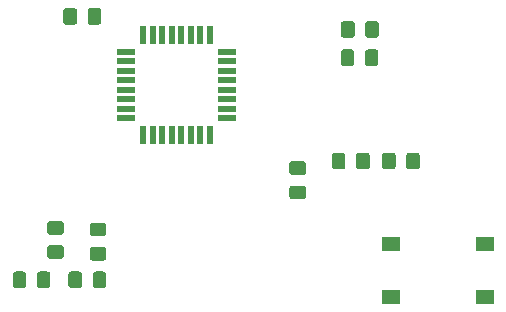
<source format=gbr>
G04 #@! TF.GenerationSoftware,KiCad,Pcbnew,(5.1.5-0-10_14)*
G04 #@! TF.CreationDate,2020-04-26T21:59:26+02:00*
G04 #@! TF.ProjectId,minimal,6d696e69-6d61-46c2-9e6b-696361645f70,rev?*
G04 #@! TF.SameCoordinates,Original*
G04 #@! TF.FileFunction,Paste,Top*
G04 #@! TF.FilePolarity,Positive*
%FSLAX46Y46*%
G04 Gerber Fmt 4.6, Leading zero omitted, Abs format (unit mm)*
G04 Created by KiCad (PCBNEW (5.1.5-0-10_14)) date 2020-04-26 21:59:26*
%MOMM*%
%LPD*%
G04 APERTURE LIST*
%ADD10C,0.100000*%
%ADD11R,1.600000X0.550000*%
%ADD12R,0.550000X1.600000*%
%ADD13R,1.550000X1.300000*%
G04 APERTURE END LIST*
D10*
G36*
X62624505Y-54551204D02*
G01*
X62648773Y-54554804D01*
X62672572Y-54560765D01*
X62695671Y-54569030D01*
X62717850Y-54579520D01*
X62738893Y-54592132D01*
X62758599Y-54606747D01*
X62776777Y-54623223D01*
X62793253Y-54641401D01*
X62807868Y-54661107D01*
X62820480Y-54682150D01*
X62830970Y-54704329D01*
X62839235Y-54727428D01*
X62845196Y-54751227D01*
X62848796Y-54775495D01*
X62850000Y-54799999D01*
X62850000Y-55700001D01*
X62848796Y-55724505D01*
X62845196Y-55748773D01*
X62839235Y-55772572D01*
X62830970Y-55795671D01*
X62820480Y-55817850D01*
X62807868Y-55838893D01*
X62793253Y-55858599D01*
X62776777Y-55876777D01*
X62758599Y-55893253D01*
X62738893Y-55907868D01*
X62717850Y-55920480D01*
X62695671Y-55930970D01*
X62672572Y-55939235D01*
X62648773Y-55945196D01*
X62624505Y-55948796D01*
X62600001Y-55950000D01*
X61949999Y-55950000D01*
X61925495Y-55948796D01*
X61901227Y-55945196D01*
X61877428Y-55939235D01*
X61854329Y-55930970D01*
X61832150Y-55920480D01*
X61811107Y-55907868D01*
X61791401Y-55893253D01*
X61773223Y-55876777D01*
X61756747Y-55858599D01*
X61742132Y-55838893D01*
X61729520Y-55817850D01*
X61719030Y-55795671D01*
X61710765Y-55772572D01*
X61704804Y-55748773D01*
X61701204Y-55724505D01*
X61700000Y-55700001D01*
X61700000Y-54799999D01*
X61701204Y-54775495D01*
X61704804Y-54751227D01*
X61710765Y-54727428D01*
X61719030Y-54704329D01*
X61729520Y-54682150D01*
X61742132Y-54661107D01*
X61756747Y-54641401D01*
X61773223Y-54623223D01*
X61791401Y-54606747D01*
X61811107Y-54592132D01*
X61832150Y-54579520D01*
X61854329Y-54569030D01*
X61877428Y-54560765D01*
X61901227Y-54554804D01*
X61925495Y-54551204D01*
X61949999Y-54550000D01*
X62600001Y-54550000D01*
X62624505Y-54551204D01*
G37*
G36*
X60574505Y-54551204D02*
G01*
X60598773Y-54554804D01*
X60622572Y-54560765D01*
X60645671Y-54569030D01*
X60667850Y-54579520D01*
X60688893Y-54592132D01*
X60708599Y-54606747D01*
X60726777Y-54623223D01*
X60743253Y-54641401D01*
X60757868Y-54661107D01*
X60770480Y-54682150D01*
X60780970Y-54704329D01*
X60789235Y-54727428D01*
X60795196Y-54751227D01*
X60798796Y-54775495D01*
X60800000Y-54799999D01*
X60800000Y-55700001D01*
X60798796Y-55724505D01*
X60795196Y-55748773D01*
X60789235Y-55772572D01*
X60780970Y-55795671D01*
X60770480Y-55817850D01*
X60757868Y-55838893D01*
X60743253Y-55858599D01*
X60726777Y-55876777D01*
X60708599Y-55893253D01*
X60688893Y-55907868D01*
X60667850Y-55920480D01*
X60645671Y-55930970D01*
X60622572Y-55939235D01*
X60598773Y-55945196D01*
X60574505Y-55948796D01*
X60550001Y-55950000D01*
X59899999Y-55950000D01*
X59875495Y-55948796D01*
X59851227Y-55945196D01*
X59827428Y-55939235D01*
X59804329Y-55930970D01*
X59782150Y-55920480D01*
X59761107Y-55907868D01*
X59741401Y-55893253D01*
X59723223Y-55876777D01*
X59706747Y-55858599D01*
X59692132Y-55838893D01*
X59679520Y-55817850D01*
X59669030Y-55795671D01*
X59660765Y-55772572D01*
X59654804Y-55748773D01*
X59651204Y-55724505D01*
X59650000Y-55700001D01*
X59650000Y-54799999D01*
X59651204Y-54775495D01*
X59654804Y-54751227D01*
X59660765Y-54727428D01*
X59669030Y-54704329D01*
X59679520Y-54682150D01*
X59692132Y-54661107D01*
X59706747Y-54641401D01*
X59723223Y-54623223D01*
X59741401Y-54606747D01*
X59761107Y-54592132D01*
X59782150Y-54579520D01*
X59804329Y-54569030D01*
X59827428Y-54560765D01*
X59851227Y-54554804D01*
X59875495Y-54551204D01*
X59899999Y-54550000D01*
X60550001Y-54550000D01*
X60574505Y-54551204D01*
G37*
D11*
X38000000Y-51600000D03*
X38000000Y-50800000D03*
X38000000Y-50000000D03*
X38000000Y-49200000D03*
X38000000Y-48400000D03*
X38000000Y-47600000D03*
X38000000Y-46800000D03*
X38000000Y-46000000D03*
D12*
X39450000Y-44550000D03*
X40250000Y-44550000D03*
X41050000Y-44550000D03*
X41850000Y-44550000D03*
X42650000Y-44550000D03*
X43450000Y-44550000D03*
X44250000Y-44550000D03*
X45050000Y-44550000D03*
D11*
X46500000Y-46000000D03*
X46500000Y-46800000D03*
X46500000Y-47600000D03*
X46500000Y-48400000D03*
X46500000Y-49200000D03*
X46500000Y-50000000D03*
X46500000Y-50800000D03*
X46500000Y-51600000D03*
D12*
X45050000Y-53050000D03*
X44250000Y-53050000D03*
X43450000Y-53050000D03*
X42650000Y-53050000D03*
X41850000Y-53050000D03*
X41050000Y-53050000D03*
X40250000Y-53050000D03*
X39450000Y-53050000D03*
D13*
X60425000Y-62250000D03*
X60425000Y-66750000D03*
X68375000Y-66750000D03*
X68375000Y-62250000D03*
D10*
G36*
X58374505Y-54551204D02*
G01*
X58398773Y-54554804D01*
X58422572Y-54560765D01*
X58445671Y-54569030D01*
X58467850Y-54579520D01*
X58488893Y-54592132D01*
X58508599Y-54606747D01*
X58526777Y-54623223D01*
X58543253Y-54641401D01*
X58557868Y-54661107D01*
X58570480Y-54682150D01*
X58580970Y-54704329D01*
X58589235Y-54727428D01*
X58595196Y-54751227D01*
X58598796Y-54775495D01*
X58600000Y-54799999D01*
X58600000Y-55700001D01*
X58598796Y-55724505D01*
X58595196Y-55748773D01*
X58589235Y-55772572D01*
X58580970Y-55795671D01*
X58570480Y-55817850D01*
X58557868Y-55838893D01*
X58543253Y-55858599D01*
X58526777Y-55876777D01*
X58508599Y-55893253D01*
X58488893Y-55907868D01*
X58467850Y-55920480D01*
X58445671Y-55930970D01*
X58422572Y-55939235D01*
X58398773Y-55945196D01*
X58374505Y-55948796D01*
X58350001Y-55950000D01*
X57699999Y-55950000D01*
X57675495Y-55948796D01*
X57651227Y-55945196D01*
X57627428Y-55939235D01*
X57604329Y-55930970D01*
X57582150Y-55920480D01*
X57561107Y-55907868D01*
X57541401Y-55893253D01*
X57523223Y-55876777D01*
X57506747Y-55858599D01*
X57492132Y-55838893D01*
X57479520Y-55817850D01*
X57469030Y-55795671D01*
X57460765Y-55772572D01*
X57454804Y-55748773D01*
X57451204Y-55724505D01*
X57450000Y-55700001D01*
X57450000Y-54799999D01*
X57451204Y-54775495D01*
X57454804Y-54751227D01*
X57460765Y-54727428D01*
X57469030Y-54704329D01*
X57479520Y-54682150D01*
X57492132Y-54661107D01*
X57506747Y-54641401D01*
X57523223Y-54623223D01*
X57541401Y-54606747D01*
X57561107Y-54592132D01*
X57582150Y-54579520D01*
X57604329Y-54569030D01*
X57627428Y-54560765D01*
X57651227Y-54554804D01*
X57675495Y-54551204D01*
X57699999Y-54550000D01*
X58350001Y-54550000D01*
X58374505Y-54551204D01*
G37*
G36*
X56324505Y-54551204D02*
G01*
X56348773Y-54554804D01*
X56372572Y-54560765D01*
X56395671Y-54569030D01*
X56417850Y-54579520D01*
X56438893Y-54592132D01*
X56458599Y-54606747D01*
X56476777Y-54623223D01*
X56493253Y-54641401D01*
X56507868Y-54661107D01*
X56520480Y-54682150D01*
X56530970Y-54704329D01*
X56539235Y-54727428D01*
X56545196Y-54751227D01*
X56548796Y-54775495D01*
X56550000Y-54799999D01*
X56550000Y-55700001D01*
X56548796Y-55724505D01*
X56545196Y-55748773D01*
X56539235Y-55772572D01*
X56530970Y-55795671D01*
X56520480Y-55817850D01*
X56507868Y-55838893D01*
X56493253Y-55858599D01*
X56476777Y-55876777D01*
X56458599Y-55893253D01*
X56438893Y-55907868D01*
X56417850Y-55920480D01*
X56395671Y-55930970D01*
X56372572Y-55939235D01*
X56348773Y-55945196D01*
X56324505Y-55948796D01*
X56300001Y-55950000D01*
X55649999Y-55950000D01*
X55625495Y-55948796D01*
X55601227Y-55945196D01*
X55577428Y-55939235D01*
X55554329Y-55930970D01*
X55532150Y-55920480D01*
X55511107Y-55907868D01*
X55491401Y-55893253D01*
X55473223Y-55876777D01*
X55456747Y-55858599D01*
X55442132Y-55838893D01*
X55429520Y-55817850D01*
X55419030Y-55795671D01*
X55410765Y-55772572D01*
X55404804Y-55748773D01*
X55401204Y-55724505D01*
X55400000Y-55700001D01*
X55400000Y-54799999D01*
X55401204Y-54775495D01*
X55404804Y-54751227D01*
X55410765Y-54727428D01*
X55419030Y-54704329D01*
X55429520Y-54682150D01*
X55442132Y-54661107D01*
X55456747Y-54641401D01*
X55473223Y-54623223D01*
X55491401Y-54606747D01*
X55511107Y-54592132D01*
X55532150Y-54579520D01*
X55554329Y-54569030D01*
X55577428Y-54560765D01*
X55601227Y-54554804D01*
X55625495Y-54551204D01*
X55649999Y-54550000D01*
X56300001Y-54550000D01*
X56324505Y-54551204D01*
G37*
G36*
X36074505Y-60476204D02*
G01*
X36098773Y-60479804D01*
X36122572Y-60485765D01*
X36145671Y-60494030D01*
X36167850Y-60504520D01*
X36188893Y-60517132D01*
X36208599Y-60531747D01*
X36226777Y-60548223D01*
X36243253Y-60566401D01*
X36257868Y-60586107D01*
X36270480Y-60607150D01*
X36280970Y-60629329D01*
X36289235Y-60652428D01*
X36295196Y-60676227D01*
X36298796Y-60700495D01*
X36300000Y-60724999D01*
X36300000Y-61375001D01*
X36298796Y-61399505D01*
X36295196Y-61423773D01*
X36289235Y-61447572D01*
X36280970Y-61470671D01*
X36270480Y-61492850D01*
X36257868Y-61513893D01*
X36243253Y-61533599D01*
X36226777Y-61551777D01*
X36208599Y-61568253D01*
X36188893Y-61582868D01*
X36167850Y-61595480D01*
X36145671Y-61605970D01*
X36122572Y-61614235D01*
X36098773Y-61620196D01*
X36074505Y-61623796D01*
X36050001Y-61625000D01*
X35149999Y-61625000D01*
X35125495Y-61623796D01*
X35101227Y-61620196D01*
X35077428Y-61614235D01*
X35054329Y-61605970D01*
X35032150Y-61595480D01*
X35011107Y-61582868D01*
X34991401Y-61568253D01*
X34973223Y-61551777D01*
X34956747Y-61533599D01*
X34942132Y-61513893D01*
X34929520Y-61492850D01*
X34919030Y-61470671D01*
X34910765Y-61447572D01*
X34904804Y-61423773D01*
X34901204Y-61399505D01*
X34900000Y-61375001D01*
X34900000Y-60724999D01*
X34901204Y-60700495D01*
X34904804Y-60676227D01*
X34910765Y-60652428D01*
X34919030Y-60629329D01*
X34929520Y-60607150D01*
X34942132Y-60586107D01*
X34956747Y-60566401D01*
X34973223Y-60548223D01*
X34991401Y-60531747D01*
X35011107Y-60517132D01*
X35032150Y-60504520D01*
X35054329Y-60494030D01*
X35077428Y-60485765D01*
X35101227Y-60479804D01*
X35125495Y-60476204D01*
X35149999Y-60475000D01*
X36050001Y-60475000D01*
X36074505Y-60476204D01*
G37*
G36*
X36074505Y-62526204D02*
G01*
X36098773Y-62529804D01*
X36122572Y-62535765D01*
X36145671Y-62544030D01*
X36167850Y-62554520D01*
X36188893Y-62567132D01*
X36208599Y-62581747D01*
X36226777Y-62598223D01*
X36243253Y-62616401D01*
X36257868Y-62636107D01*
X36270480Y-62657150D01*
X36280970Y-62679329D01*
X36289235Y-62702428D01*
X36295196Y-62726227D01*
X36298796Y-62750495D01*
X36300000Y-62774999D01*
X36300000Y-63425001D01*
X36298796Y-63449505D01*
X36295196Y-63473773D01*
X36289235Y-63497572D01*
X36280970Y-63520671D01*
X36270480Y-63542850D01*
X36257868Y-63563893D01*
X36243253Y-63583599D01*
X36226777Y-63601777D01*
X36208599Y-63618253D01*
X36188893Y-63632868D01*
X36167850Y-63645480D01*
X36145671Y-63655970D01*
X36122572Y-63664235D01*
X36098773Y-63670196D01*
X36074505Y-63673796D01*
X36050001Y-63675000D01*
X35149999Y-63675000D01*
X35125495Y-63673796D01*
X35101227Y-63670196D01*
X35077428Y-63664235D01*
X35054329Y-63655970D01*
X35032150Y-63645480D01*
X35011107Y-63632868D01*
X34991401Y-63618253D01*
X34973223Y-63601777D01*
X34956747Y-63583599D01*
X34942132Y-63563893D01*
X34929520Y-63542850D01*
X34919030Y-63520671D01*
X34910765Y-63497572D01*
X34904804Y-63473773D01*
X34901204Y-63449505D01*
X34900000Y-63425001D01*
X34900000Y-62774999D01*
X34901204Y-62750495D01*
X34904804Y-62726227D01*
X34910765Y-62702428D01*
X34919030Y-62679329D01*
X34929520Y-62657150D01*
X34942132Y-62636107D01*
X34956747Y-62616401D01*
X34973223Y-62598223D01*
X34991401Y-62581747D01*
X35011107Y-62567132D01*
X35032150Y-62554520D01*
X35054329Y-62544030D01*
X35077428Y-62535765D01*
X35101227Y-62529804D01*
X35125495Y-62526204D01*
X35149999Y-62525000D01*
X36050001Y-62525000D01*
X36074505Y-62526204D01*
G37*
G36*
X32474505Y-60326204D02*
G01*
X32498773Y-60329804D01*
X32522572Y-60335765D01*
X32545671Y-60344030D01*
X32567850Y-60354520D01*
X32588893Y-60367132D01*
X32608599Y-60381747D01*
X32626777Y-60398223D01*
X32643253Y-60416401D01*
X32657868Y-60436107D01*
X32670480Y-60457150D01*
X32680970Y-60479329D01*
X32689235Y-60502428D01*
X32695196Y-60526227D01*
X32698796Y-60550495D01*
X32700000Y-60574999D01*
X32700000Y-61225001D01*
X32698796Y-61249505D01*
X32695196Y-61273773D01*
X32689235Y-61297572D01*
X32680970Y-61320671D01*
X32670480Y-61342850D01*
X32657868Y-61363893D01*
X32643253Y-61383599D01*
X32626777Y-61401777D01*
X32608599Y-61418253D01*
X32588893Y-61432868D01*
X32567850Y-61445480D01*
X32545671Y-61455970D01*
X32522572Y-61464235D01*
X32498773Y-61470196D01*
X32474505Y-61473796D01*
X32450001Y-61475000D01*
X31549999Y-61475000D01*
X31525495Y-61473796D01*
X31501227Y-61470196D01*
X31477428Y-61464235D01*
X31454329Y-61455970D01*
X31432150Y-61445480D01*
X31411107Y-61432868D01*
X31391401Y-61418253D01*
X31373223Y-61401777D01*
X31356747Y-61383599D01*
X31342132Y-61363893D01*
X31329520Y-61342850D01*
X31319030Y-61320671D01*
X31310765Y-61297572D01*
X31304804Y-61273773D01*
X31301204Y-61249505D01*
X31300000Y-61225001D01*
X31300000Y-60574999D01*
X31301204Y-60550495D01*
X31304804Y-60526227D01*
X31310765Y-60502428D01*
X31319030Y-60479329D01*
X31329520Y-60457150D01*
X31342132Y-60436107D01*
X31356747Y-60416401D01*
X31373223Y-60398223D01*
X31391401Y-60381747D01*
X31411107Y-60367132D01*
X31432150Y-60354520D01*
X31454329Y-60344030D01*
X31477428Y-60335765D01*
X31501227Y-60329804D01*
X31525495Y-60326204D01*
X31549999Y-60325000D01*
X32450001Y-60325000D01*
X32474505Y-60326204D01*
G37*
G36*
X32474505Y-62376204D02*
G01*
X32498773Y-62379804D01*
X32522572Y-62385765D01*
X32545671Y-62394030D01*
X32567850Y-62404520D01*
X32588893Y-62417132D01*
X32608599Y-62431747D01*
X32626777Y-62448223D01*
X32643253Y-62466401D01*
X32657868Y-62486107D01*
X32670480Y-62507150D01*
X32680970Y-62529329D01*
X32689235Y-62552428D01*
X32695196Y-62576227D01*
X32698796Y-62600495D01*
X32700000Y-62624999D01*
X32700000Y-63275001D01*
X32698796Y-63299505D01*
X32695196Y-63323773D01*
X32689235Y-63347572D01*
X32680970Y-63370671D01*
X32670480Y-63392850D01*
X32657868Y-63413893D01*
X32643253Y-63433599D01*
X32626777Y-63451777D01*
X32608599Y-63468253D01*
X32588893Y-63482868D01*
X32567850Y-63495480D01*
X32545671Y-63505970D01*
X32522572Y-63514235D01*
X32498773Y-63520196D01*
X32474505Y-63523796D01*
X32450001Y-63525000D01*
X31549999Y-63525000D01*
X31525495Y-63523796D01*
X31501227Y-63520196D01*
X31477428Y-63514235D01*
X31454329Y-63505970D01*
X31432150Y-63495480D01*
X31411107Y-63482868D01*
X31391401Y-63468253D01*
X31373223Y-63451777D01*
X31356747Y-63433599D01*
X31342132Y-63413893D01*
X31329520Y-63392850D01*
X31319030Y-63370671D01*
X31310765Y-63347572D01*
X31304804Y-63323773D01*
X31301204Y-63299505D01*
X31300000Y-63275001D01*
X31300000Y-62624999D01*
X31301204Y-62600495D01*
X31304804Y-62576227D01*
X31310765Y-62552428D01*
X31319030Y-62529329D01*
X31329520Y-62507150D01*
X31342132Y-62486107D01*
X31356747Y-62466401D01*
X31373223Y-62448223D01*
X31391401Y-62431747D01*
X31411107Y-62417132D01*
X31432150Y-62404520D01*
X31454329Y-62394030D01*
X31477428Y-62385765D01*
X31501227Y-62379804D01*
X31525495Y-62376204D01*
X31549999Y-62375000D01*
X32450001Y-62375000D01*
X32474505Y-62376204D01*
G37*
G36*
X36074505Y-64601204D02*
G01*
X36098773Y-64604804D01*
X36122572Y-64610765D01*
X36145671Y-64619030D01*
X36167850Y-64629520D01*
X36188893Y-64642132D01*
X36208599Y-64656747D01*
X36226777Y-64673223D01*
X36243253Y-64691401D01*
X36257868Y-64711107D01*
X36270480Y-64732150D01*
X36280970Y-64754329D01*
X36289235Y-64777428D01*
X36295196Y-64801227D01*
X36298796Y-64825495D01*
X36300000Y-64849999D01*
X36300000Y-65750001D01*
X36298796Y-65774505D01*
X36295196Y-65798773D01*
X36289235Y-65822572D01*
X36280970Y-65845671D01*
X36270480Y-65867850D01*
X36257868Y-65888893D01*
X36243253Y-65908599D01*
X36226777Y-65926777D01*
X36208599Y-65943253D01*
X36188893Y-65957868D01*
X36167850Y-65970480D01*
X36145671Y-65980970D01*
X36122572Y-65989235D01*
X36098773Y-65995196D01*
X36074505Y-65998796D01*
X36050001Y-66000000D01*
X35399999Y-66000000D01*
X35375495Y-65998796D01*
X35351227Y-65995196D01*
X35327428Y-65989235D01*
X35304329Y-65980970D01*
X35282150Y-65970480D01*
X35261107Y-65957868D01*
X35241401Y-65943253D01*
X35223223Y-65926777D01*
X35206747Y-65908599D01*
X35192132Y-65888893D01*
X35179520Y-65867850D01*
X35169030Y-65845671D01*
X35160765Y-65822572D01*
X35154804Y-65798773D01*
X35151204Y-65774505D01*
X35150000Y-65750001D01*
X35150000Y-64849999D01*
X35151204Y-64825495D01*
X35154804Y-64801227D01*
X35160765Y-64777428D01*
X35169030Y-64754329D01*
X35179520Y-64732150D01*
X35192132Y-64711107D01*
X35206747Y-64691401D01*
X35223223Y-64673223D01*
X35241401Y-64656747D01*
X35261107Y-64642132D01*
X35282150Y-64629520D01*
X35304329Y-64619030D01*
X35327428Y-64610765D01*
X35351227Y-64604804D01*
X35375495Y-64601204D01*
X35399999Y-64600000D01*
X36050001Y-64600000D01*
X36074505Y-64601204D01*
G37*
G36*
X34024505Y-64601204D02*
G01*
X34048773Y-64604804D01*
X34072572Y-64610765D01*
X34095671Y-64619030D01*
X34117850Y-64629520D01*
X34138893Y-64642132D01*
X34158599Y-64656747D01*
X34176777Y-64673223D01*
X34193253Y-64691401D01*
X34207868Y-64711107D01*
X34220480Y-64732150D01*
X34230970Y-64754329D01*
X34239235Y-64777428D01*
X34245196Y-64801227D01*
X34248796Y-64825495D01*
X34250000Y-64849999D01*
X34250000Y-65750001D01*
X34248796Y-65774505D01*
X34245196Y-65798773D01*
X34239235Y-65822572D01*
X34230970Y-65845671D01*
X34220480Y-65867850D01*
X34207868Y-65888893D01*
X34193253Y-65908599D01*
X34176777Y-65926777D01*
X34158599Y-65943253D01*
X34138893Y-65957868D01*
X34117850Y-65970480D01*
X34095671Y-65980970D01*
X34072572Y-65989235D01*
X34048773Y-65995196D01*
X34024505Y-65998796D01*
X34000001Y-66000000D01*
X33349999Y-66000000D01*
X33325495Y-65998796D01*
X33301227Y-65995196D01*
X33277428Y-65989235D01*
X33254329Y-65980970D01*
X33232150Y-65970480D01*
X33211107Y-65957868D01*
X33191401Y-65943253D01*
X33173223Y-65926777D01*
X33156747Y-65908599D01*
X33142132Y-65888893D01*
X33129520Y-65867850D01*
X33119030Y-65845671D01*
X33110765Y-65822572D01*
X33104804Y-65798773D01*
X33101204Y-65774505D01*
X33100000Y-65750001D01*
X33100000Y-64849999D01*
X33101204Y-64825495D01*
X33104804Y-64801227D01*
X33110765Y-64777428D01*
X33119030Y-64754329D01*
X33129520Y-64732150D01*
X33142132Y-64711107D01*
X33156747Y-64691401D01*
X33173223Y-64673223D01*
X33191401Y-64656747D01*
X33211107Y-64642132D01*
X33232150Y-64629520D01*
X33254329Y-64619030D01*
X33277428Y-64610765D01*
X33301227Y-64604804D01*
X33325495Y-64601204D01*
X33349999Y-64600000D01*
X34000001Y-64600000D01*
X34024505Y-64601204D01*
G37*
G36*
X31349505Y-64601204D02*
G01*
X31373773Y-64604804D01*
X31397572Y-64610765D01*
X31420671Y-64619030D01*
X31442850Y-64629520D01*
X31463893Y-64642132D01*
X31483599Y-64656747D01*
X31501777Y-64673223D01*
X31518253Y-64691401D01*
X31532868Y-64711107D01*
X31545480Y-64732150D01*
X31555970Y-64754329D01*
X31564235Y-64777428D01*
X31570196Y-64801227D01*
X31573796Y-64825495D01*
X31575000Y-64849999D01*
X31575000Y-65750001D01*
X31573796Y-65774505D01*
X31570196Y-65798773D01*
X31564235Y-65822572D01*
X31555970Y-65845671D01*
X31545480Y-65867850D01*
X31532868Y-65888893D01*
X31518253Y-65908599D01*
X31501777Y-65926777D01*
X31483599Y-65943253D01*
X31463893Y-65957868D01*
X31442850Y-65970480D01*
X31420671Y-65980970D01*
X31397572Y-65989235D01*
X31373773Y-65995196D01*
X31349505Y-65998796D01*
X31325001Y-66000000D01*
X30674999Y-66000000D01*
X30650495Y-65998796D01*
X30626227Y-65995196D01*
X30602428Y-65989235D01*
X30579329Y-65980970D01*
X30557150Y-65970480D01*
X30536107Y-65957868D01*
X30516401Y-65943253D01*
X30498223Y-65926777D01*
X30481747Y-65908599D01*
X30467132Y-65888893D01*
X30454520Y-65867850D01*
X30444030Y-65845671D01*
X30435765Y-65822572D01*
X30429804Y-65798773D01*
X30426204Y-65774505D01*
X30425000Y-65750001D01*
X30425000Y-64849999D01*
X30426204Y-64825495D01*
X30429804Y-64801227D01*
X30435765Y-64777428D01*
X30444030Y-64754329D01*
X30454520Y-64732150D01*
X30467132Y-64711107D01*
X30481747Y-64691401D01*
X30498223Y-64673223D01*
X30516401Y-64656747D01*
X30536107Y-64642132D01*
X30557150Y-64629520D01*
X30579329Y-64619030D01*
X30602428Y-64610765D01*
X30626227Y-64604804D01*
X30650495Y-64601204D01*
X30674999Y-64600000D01*
X31325001Y-64600000D01*
X31349505Y-64601204D01*
G37*
G36*
X29299505Y-64601204D02*
G01*
X29323773Y-64604804D01*
X29347572Y-64610765D01*
X29370671Y-64619030D01*
X29392850Y-64629520D01*
X29413893Y-64642132D01*
X29433599Y-64656747D01*
X29451777Y-64673223D01*
X29468253Y-64691401D01*
X29482868Y-64711107D01*
X29495480Y-64732150D01*
X29505970Y-64754329D01*
X29514235Y-64777428D01*
X29520196Y-64801227D01*
X29523796Y-64825495D01*
X29525000Y-64849999D01*
X29525000Y-65750001D01*
X29523796Y-65774505D01*
X29520196Y-65798773D01*
X29514235Y-65822572D01*
X29505970Y-65845671D01*
X29495480Y-65867850D01*
X29482868Y-65888893D01*
X29468253Y-65908599D01*
X29451777Y-65926777D01*
X29433599Y-65943253D01*
X29413893Y-65957868D01*
X29392850Y-65970480D01*
X29370671Y-65980970D01*
X29347572Y-65989235D01*
X29323773Y-65995196D01*
X29299505Y-65998796D01*
X29275001Y-66000000D01*
X28624999Y-66000000D01*
X28600495Y-65998796D01*
X28576227Y-65995196D01*
X28552428Y-65989235D01*
X28529329Y-65980970D01*
X28507150Y-65970480D01*
X28486107Y-65957868D01*
X28466401Y-65943253D01*
X28448223Y-65926777D01*
X28431747Y-65908599D01*
X28417132Y-65888893D01*
X28404520Y-65867850D01*
X28394030Y-65845671D01*
X28385765Y-65822572D01*
X28379804Y-65798773D01*
X28376204Y-65774505D01*
X28375000Y-65750001D01*
X28375000Y-64849999D01*
X28376204Y-64825495D01*
X28379804Y-64801227D01*
X28385765Y-64777428D01*
X28394030Y-64754329D01*
X28404520Y-64732150D01*
X28417132Y-64711107D01*
X28431747Y-64691401D01*
X28448223Y-64673223D01*
X28466401Y-64656747D01*
X28486107Y-64642132D01*
X28507150Y-64629520D01*
X28529329Y-64619030D01*
X28552428Y-64610765D01*
X28576227Y-64604804D01*
X28600495Y-64601204D01*
X28624999Y-64600000D01*
X29275001Y-64600000D01*
X29299505Y-64601204D01*
G37*
G36*
X52974505Y-57326204D02*
G01*
X52998773Y-57329804D01*
X53022572Y-57335765D01*
X53045671Y-57344030D01*
X53067850Y-57354520D01*
X53088893Y-57367132D01*
X53108599Y-57381747D01*
X53126777Y-57398223D01*
X53143253Y-57416401D01*
X53157868Y-57436107D01*
X53170480Y-57457150D01*
X53180970Y-57479329D01*
X53189235Y-57502428D01*
X53195196Y-57526227D01*
X53198796Y-57550495D01*
X53200000Y-57574999D01*
X53200000Y-58225001D01*
X53198796Y-58249505D01*
X53195196Y-58273773D01*
X53189235Y-58297572D01*
X53180970Y-58320671D01*
X53170480Y-58342850D01*
X53157868Y-58363893D01*
X53143253Y-58383599D01*
X53126777Y-58401777D01*
X53108599Y-58418253D01*
X53088893Y-58432868D01*
X53067850Y-58445480D01*
X53045671Y-58455970D01*
X53022572Y-58464235D01*
X52998773Y-58470196D01*
X52974505Y-58473796D01*
X52950001Y-58475000D01*
X52049999Y-58475000D01*
X52025495Y-58473796D01*
X52001227Y-58470196D01*
X51977428Y-58464235D01*
X51954329Y-58455970D01*
X51932150Y-58445480D01*
X51911107Y-58432868D01*
X51891401Y-58418253D01*
X51873223Y-58401777D01*
X51856747Y-58383599D01*
X51842132Y-58363893D01*
X51829520Y-58342850D01*
X51819030Y-58320671D01*
X51810765Y-58297572D01*
X51804804Y-58273773D01*
X51801204Y-58249505D01*
X51800000Y-58225001D01*
X51800000Y-57574999D01*
X51801204Y-57550495D01*
X51804804Y-57526227D01*
X51810765Y-57502428D01*
X51819030Y-57479329D01*
X51829520Y-57457150D01*
X51842132Y-57436107D01*
X51856747Y-57416401D01*
X51873223Y-57398223D01*
X51891401Y-57381747D01*
X51911107Y-57367132D01*
X51932150Y-57354520D01*
X51954329Y-57344030D01*
X51977428Y-57335765D01*
X52001227Y-57329804D01*
X52025495Y-57326204D01*
X52049999Y-57325000D01*
X52950001Y-57325000D01*
X52974505Y-57326204D01*
G37*
G36*
X52974505Y-55276204D02*
G01*
X52998773Y-55279804D01*
X53022572Y-55285765D01*
X53045671Y-55294030D01*
X53067850Y-55304520D01*
X53088893Y-55317132D01*
X53108599Y-55331747D01*
X53126777Y-55348223D01*
X53143253Y-55366401D01*
X53157868Y-55386107D01*
X53170480Y-55407150D01*
X53180970Y-55429329D01*
X53189235Y-55452428D01*
X53195196Y-55476227D01*
X53198796Y-55500495D01*
X53200000Y-55524999D01*
X53200000Y-56175001D01*
X53198796Y-56199505D01*
X53195196Y-56223773D01*
X53189235Y-56247572D01*
X53180970Y-56270671D01*
X53170480Y-56292850D01*
X53157868Y-56313893D01*
X53143253Y-56333599D01*
X53126777Y-56351777D01*
X53108599Y-56368253D01*
X53088893Y-56382868D01*
X53067850Y-56395480D01*
X53045671Y-56405970D01*
X53022572Y-56414235D01*
X52998773Y-56420196D01*
X52974505Y-56423796D01*
X52950001Y-56425000D01*
X52049999Y-56425000D01*
X52025495Y-56423796D01*
X52001227Y-56420196D01*
X51977428Y-56414235D01*
X51954329Y-56405970D01*
X51932150Y-56395480D01*
X51911107Y-56382868D01*
X51891401Y-56368253D01*
X51873223Y-56351777D01*
X51856747Y-56333599D01*
X51842132Y-56313893D01*
X51829520Y-56292850D01*
X51819030Y-56270671D01*
X51810765Y-56247572D01*
X51804804Y-56223773D01*
X51801204Y-56199505D01*
X51800000Y-56175001D01*
X51800000Y-55524999D01*
X51801204Y-55500495D01*
X51804804Y-55476227D01*
X51810765Y-55452428D01*
X51819030Y-55429329D01*
X51829520Y-55407150D01*
X51842132Y-55386107D01*
X51856747Y-55366401D01*
X51873223Y-55348223D01*
X51891401Y-55331747D01*
X51911107Y-55317132D01*
X51932150Y-55304520D01*
X51954329Y-55294030D01*
X51977428Y-55285765D01*
X52001227Y-55279804D01*
X52025495Y-55276204D01*
X52049999Y-55275000D01*
X52950001Y-55275000D01*
X52974505Y-55276204D01*
G37*
G36*
X35649505Y-42301204D02*
G01*
X35673773Y-42304804D01*
X35697572Y-42310765D01*
X35720671Y-42319030D01*
X35742850Y-42329520D01*
X35763893Y-42342132D01*
X35783599Y-42356747D01*
X35801777Y-42373223D01*
X35818253Y-42391401D01*
X35832868Y-42411107D01*
X35845480Y-42432150D01*
X35855970Y-42454329D01*
X35864235Y-42477428D01*
X35870196Y-42501227D01*
X35873796Y-42525495D01*
X35875000Y-42549999D01*
X35875000Y-43450001D01*
X35873796Y-43474505D01*
X35870196Y-43498773D01*
X35864235Y-43522572D01*
X35855970Y-43545671D01*
X35845480Y-43567850D01*
X35832868Y-43588893D01*
X35818253Y-43608599D01*
X35801777Y-43626777D01*
X35783599Y-43643253D01*
X35763893Y-43657868D01*
X35742850Y-43670480D01*
X35720671Y-43680970D01*
X35697572Y-43689235D01*
X35673773Y-43695196D01*
X35649505Y-43698796D01*
X35625001Y-43700000D01*
X34974999Y-43700000D01*
X34950495Y-43698796D01*
X34926227Y-43695196D01*
X34902428Y-43689235D01*
X34879329Y-43680970D01*
X34857150Y-43670480D01*
X34836107Y-43657868D01*
X34816401Y-43643253D01*
X34798223Y-43626777D01*
X34781747Y-43608599D01*
X34767132Y-43588893D01*
X34754520Y-43567850D01*
X34744030Y-43545671D01*
X34735765Y-43522572D01*
X34729804Y-43498773D01*
X34726204Y-43474505D01*
X34725000Y-43450001D01*
X34725000Y-42549999D01*
X34726204Y-42525495D01*
X34729804Y-42501227D01*
X34735765Y-42477428D01*
X34744030Y-42454329D01*
X34754520Y-42432150D01*
X34767132Y-42411107D01*
X34781747Y-42391401D01*
X34798223Y-42373223D01*
X34816401Y-42356747D01*
X34836107Y-42342132D01*
X34857150Y-42329520D01*
X34879329Y-42319030D01*
X34902428Y-42310765D01*
X34926227Y-42304804D01*
X34950495Y-42301204D01*
X34974999Y-42300000D01*
X35625001Y-42300000D01*
X35649505Y-42301204D01*
G37*
G36*
X33599910Y-42301202D02*
G01*
X33624135Y-42304795D01*
X33647891Y-42310746D01*
X33670949Y-42318996D01*
X33693087Y-42329467D01*
X33714093Y-42342057D01*
X33733763Y-42356645D01*
X33751908Y-42373092D01*
X33768355Y-42391237D01*
X33782943Y-42410907D01*
X33795533Y-42431913D01*
X33806004Y-42454051D01*
X33814254Y-42477109D01*
X33820205Y-42500865D01*
X33823798Y-42525090D01*
X33825000Y-42549550D01*
X33825000Y-43450450D01*
X33823798Y-43474910D01*
X33820205Y-43499135D01*
X33814254Y-43522891D01*
X33806004Y-43545949D01*
X33795533Y-43568087D01*
X33782943Y-43589093D01*
X33768355Y-43608763D01*
X33751908Y-43626908D01*
X33733763Y-43643355D01*
X33714093Y-43657943D01*
X33693087Y-43670533D01*
X33670949Y-43681004D01*
X33647891Y-43689254D01*
X33624135Y-43695205D01*
X33599910Y-43698798D01*
X33575450Y-43700000D01*
X32924550Y-43700000D01*
X32900090Y-43698798D01*
X32875865Y-43695205D01*
X32852109Y-43689254D01*
X32829051Y-43681004D01*
X32806913Y-43670533D01*
X32785907Y-43657943D01*
X32766237Y-43643355D01*
X32748092Y-43626908D01*
X32731645Y-43608763D01*
X32717057Y-43589093D01*
X32704467Y-43568087D01*
X32693996Y-43545949D01*
X32685746Y-43522891D01*
X32679795Y-43499135D01*
X32676202Y-43474910D01*
X32675000Y-43450450D01*
X32675000Y-42549550D01*
X32676202Y-42525090D01*
X32679795Y-42500865D01*
X32685746Y-42477109D01*
X32693996Y-42454051D01*
X32704467Y-42431913D01*
X32717057Y-42410907D01*
X32731645Y-42391237D01*
X32748092Y-42373092D01*
X32766237Y-42356645D01*
X32785907Y-42342057D01*
X32806913Y-42329467D01*
X32829051Y-42318996D01*
X32852109Y-42310746D01*
X32875865Y-42304795D01*
X32900090Y-42301202D01*
X32924550Y-42300000D01*
X33575450Y-42300000D01*
X33599910Y-42301202D01*
G37*
G36*
X57099505Y-43401204D02*
G01*
X57123773Y-43404804D01*
X57147572Y-43410765D01*
X57170671Y-43419030D01*
X57192850Y-43429520D01*
X57213893Y-43442132D01*
X57233599Y-43456747D01*
X57251777Y-43473223D01*
X57268253Y-43491401D01*
X57282868Y-43511107D01*
X57295480Y-43532150D01*
X57305970Y-43554329D01*
X57314235Y-43577428D01*
X57320196Y-43601227D01*
X57323796Y-43625495D01*
X57325000Y-43649999D01*
X57325000Y-44550001D01*
X57323796Y-44574505D01*
X57320196Y-44598773D01*
X57314235Y-44622572D01*
X57305970Y-44645671D01*
X57295480Y-44667850D01*
X57282868Y-44688893D01*
X57268253Y-44708599D01*
X57251777Y-44726777D01*
X57233599Y-44743253D01*
X57213893Y-44757868D01*
X57192850Y-44770480D01*
X57170671Y-44780970D01*
X57147572Y-44789235D01*
X57123773Y-44795196D01*
X57099505Y-44798796D01*
X57075001Y-44800000D01*
X56424999Y-44800000D01*
X56400495Y-44798796D01*
X56376227Y-44795196D01*
X56352428Y-44789235D01*
X56329329Y-44780970D01*
X56307150Y-44770480D01*
X56286107Y-44757868D01*
X56266401Y-44743253D01*
X56248223Y-44726777D01*
X56231747Y-44708599D01*
X56217132Y-44688893D01*
X56204520Y-44667850D01*
X56194030Y-44645671D01*
X56185765Y-44622572D01*
X56179804Y-44598773D01*
X56176204Y-44574505D01*
X56175000Y-44550001D01*
X56175000Y-43649999D01*
X56176204Y-43625495D01*
X56179804Y-43601227D01*
X56185765Y-43577428D01*
X56194030Y-43554329D01*
X56204520Y-43532150D01*
X56217132Y-43511107D01*
X56231747Y-43491401D01*
X56248223Y-43473223D01*
X56266401Y-43456747D01*
X56286107Y-43442132D01*
X56307150Y-43429520D01*
X56329329Y-43419030D01*
X56352428Y-43410765D01*
X56376227Y-43404804D01*
X56400495Y-43401204D01*
X56424999Y-43400000D01*
X57075001Y-43400000D01*
X57099505Y-43401204D01*
G37*
G36*
X59149910Y-43401202D02*
G01*
X59174135Y-43404795D01*
X59197891Y-43410746D01*
X59220949Y-43418996D01*
X59243087Y-43429467D01*
X59264093Y-43442057D01*
X59283763Y-43456645D01*
X59301908Y-43473092D01*
X59318355Y-43491237D01*
X59332943Y-43510907D01*
X59345533Y-43531913D01*
X59356004Y-43554051D01*
X59364254Y-43577109D01*
X59370205Y-43600865D01*
X59373798Y-43625090D01*
X59375000Y-43649550D01*
X59375000Y-44550450D01*
X59373798Y-44574910D01*
X59370205Y-44599135D01*
X59364254Y-44622891D01*
X59356004Y-44645949D01*
X59345533Y-44668087D01*
X59332943Y-44689093D01*
X59318355Y-44708763D01*
X59301908Y-44726908D01*
X59283763Y-44743355D01*
X59264093Y-44757943D01*
X59243087Y-44770533D01*
X59220949Y-44781004D01*
X59197891Y-44789254D01*
X59174135Y-44795205D01*
X59149910Y-44798798D01*
X59125450Y-44800000D01*
X58474550Y-44800000D01*
X58450090Y-44798798D01*
X58425865Y-44795205D01*
X58402109Y-44789254D01*
X58379051Y-44781004D01*
X58356913Y-44770533D01*
X58335907Y-44757943D01*
X58316237Y-44743355D01*
X58298092Y-44726908D01*
X58281645Y-44708763D01*
X58267057Y-44689093D01*
X58254467Y-44668087D01*
X58243996Y-44645949D01*
X58235746Y-44622891D01*
X58229795Y-44599135D01*
X58226202Y-44574910D01*
X58225000Y-44550450D01*
X58225000Y-43649550D01*
X58226202Y-43625090D01*
X58229795Y-43600865D01*
X58235746Y-43577109D01*
X58243996Y-43554051D01*
X58254467Y-43531913D01*
X58267057Y-43510907D01*
X58281645Y-43491237D01*
X58298092Y-43473092D01*
X58316237Y-43456645D01*
X58335907Y-43442057D01*
X58356913Y-43429467D01*
X58379051Y-43418996D01*
X58402109Y-43410746D01*
X58425865Y-43404795D01*
X58450090Y-43401202D01*
X58474550Y-43400000D01*
X59125450Y-43400000D01*
X59149910Y-43401202D01*
G37*
G36*
X57074505Y-45801204D02*
G01*
X57098773Y-45804804D01*
X57122572Y-45810765D01*
X57145671Y-45819030D01*
X57167850Y-45829520D01*
X57188893Y-45842132D01*
X57208599Y-45856747D01*
X57226777Y-45873223D01*
X57243253Y-45891401D01*
X57257868Y-45911107D01*
X57270480Y-45932150D01*
X57280970Y-45954329D01*
X57289235Y-45977428D01*
X57295196Y-46001227D01*
X57298796Y-46025495D01*
X57300000Y-46049999D01*
X57300000Y-46950001D01*
X57298796Y-46974505D01*
X57295196Y-46998773D01*
X57289235Y-47022572D01*
X57280970Y-47045671D01*
X57270480Y-47067850D01*
X57257868Y-47088893D01*
X57243253Y-47108599D01*
X57226777Y-47126777D01*
X57208599Y-47143253D01*
X57188893Y-47157868D01*
X57167850Y-47170480D01*
X57145671Y-47180970D01*
X57122572Y-47189235D01*
X57098773Y-47195196D01*
X57074505Y-47198796D01*
X57050001Y-47200000D01*
X56399999Y-47200000D01*
X56375495Y-47198796D01*
X56351227Y-47195196D01*
X56327428Y-47189235D01*
X56304329Y-47180970D01*
X56282150Y-47170480D01*
X56261107Y-47157868D01*
X56241401Y-47143253D01*
X56223223Y-47126777D01*
X56206747Y-47108599D01*
X56192132Y-47088893D01*
X56179520Y-47067850D01*
X56169030Y-47045671D01*
X56160765Y-47022572D01*
X56154804Y-46998773D01*
X56151204Y-46974505D01*
X56150000Y-46950001D01*
X56150000Y-46049999D01*
X56151204Y-46025495D01*
X56154804Y-46001227D01*
X56160765Y-45977428D01*
X56169030Y-45954329D01*
X56179520Y-45932150D01*
X56192132Y-45911107D01*
X56206747Y-45891401D01*
X56223223Y-45873223D01*
X56241401Y-45856747D01*
X56261107Y-45842132D01*
X56282150Y-45829520D01*
X56304329Y-45819030D01*
X56327428Y-45810765D01*
X56351227Y-45804804D01*
X56375495Y-45801204D01*
X56399999Y-45800000D01*
X57050001Y-45800000D01*
X57074505Y-45801204D01*
G37*
G36*
X59124910Y-45801202D02*
G01*
X59149135Y-45804795D01*
X59172891Y-45810746D01*
X59195949Y-45818996D01*
X59218087Y-45829467D01*
X59239093Y-45842057D01*
X59258763Y-45856645D01*
X59276908Y-45873092D01*
X59293355Y-45891237D01*
X59307943Y-45910907D01*
X59320533Y-45931913D01*
X59331004Y-45954051D01*
X59339254Y-45977109D01*
X59345205Y-46000865D01*
X59348798Y-46025090D01*
X59350000Y-46049550D01*
X59350000Y-46950450D01*
X59348798Y-46974910D01*
X59345205Y-46999135D01*
X59339254Y-47022891D01*
X59331004Y-47045949D01*
X59320533Y-47068087D01*
X59307943Y-47089093D01*
X59293355Y-47108763D01*
X59276908Y-47126908D01*
X59258763Y-47143355D01*
X59239093Y-47157943D01*
X59218087Y-47170533D01*
X59195949Y-47181004D01*
X59172891Y-47189254D01*
X59149135Y-47195205D01*
X59124910Y-47198798D01*
X59100450Y-47200000D01*
X58449550Y-47200000D01*
X58425090Y-47198798D01*
X58400865Y-47195205D01*
X58377109Y-47189254D01*
X58354051Y-47181004D01*
X58331913Y-47170533D01*
X58310907Y-47157943D01*
X58291237Y-47143355D01*
X58273092Y-47126908D01*
X58256645Y-47108763D01*
X58242057Y-47089093D01*
X58229467Y-47068087D01*
X58218996Y-47045949D01*
X58210746Y-47022891D01*
X58204795Y-46999135D01*
X58201202Y-46974910D01*
X58200000Y-46950450D01*
X58200000Y-46049550D01*
X58201202Y-46025090D01*
X58204795Y-46000865D01*
X58210746Y-45977109D01*
X58218996Y-45954051D01*
X58229467Y-45931913D01*
X58242057Y-45910907D01*
X58256645Y-45891237D01*
X58273092Y-45873092D01*
X58291237Y-45856645D01*
X58310907Y-45842057D01*
X58331913Y-45829467D01*
X58354051Y-45818996D01*
X58377109Y-45810746D01*
X58400865Y-45804795D01*
X58425090Y-45801202D01*
X58449550Y-45800000D01*
X59100450Y-45800000D01*
X59124910Y-45801202D01*
G37*
M02*

</source>
